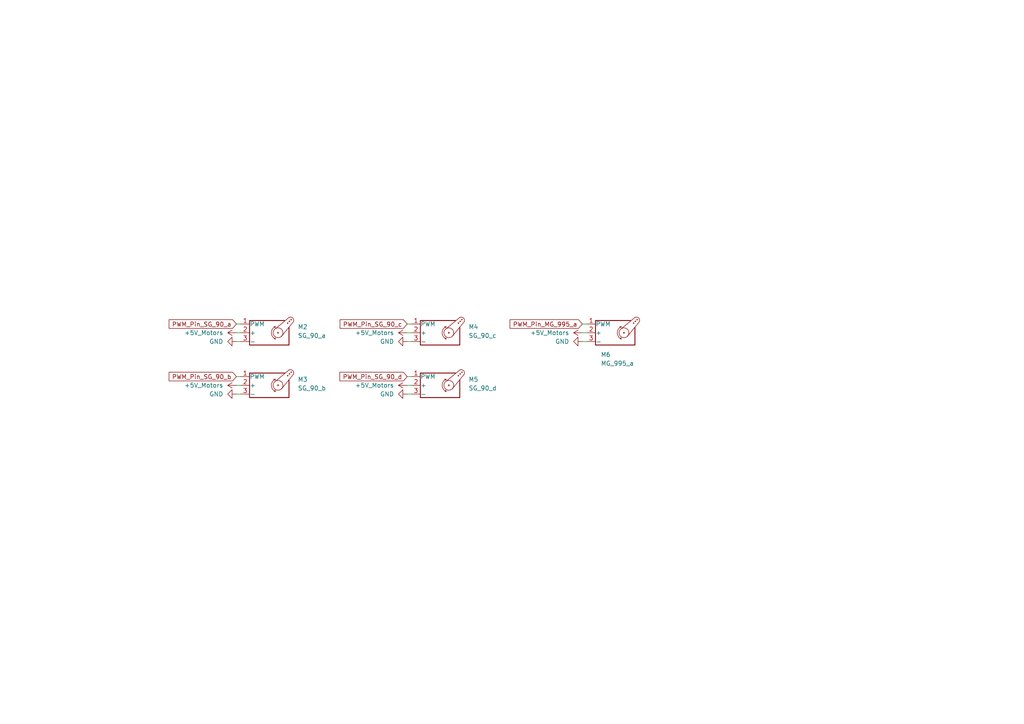
<source format=kicad_sch>
(kicad_sch (version 20231120) (generator "eeschema") (generator_version "8.0")
  (paper "A4")
  (lib_symbols
    (symbol "Motor:Motor_Servo" (pin_names (offset 0.0254))
      (property "Reference" "M" (at -5.08 4.445 0))
      (property "Value" "Motor_Servo" (at -5.08 -4.064 0))
      (symbol "Motor_Servo_0_1"
        (polyline (pts (xy 2.413 -1.778) (xy 2.032 -1.778)))
        (polyline (pts (xy 2.413 -1.778) (xy 2.286 -1.397)))
        (polyline (pts (xy 2.413 1.778) (xy 1.905 1.778)))
        (polyline (pts (xy 2.413 1.778) (xy 2.286 1.397)))
        (polyline (pts (xy 6.35 4.445) (xy 2.54 1.27)))
        (polyline (pts (xy 7.62 3.175) (xy 4.191 -1.016)))
        (polyline (pts (xy 5.08 3.556) (xy -5.08 3.556) (xy -5.08 -3.556) (xy 6.35 -3.556) (xy 6.35 1.524)) (stroke (width 0.254)))
        (arc (start 2.413 1.778) (mid 1.2406 0) (end 2.413 -1.778))
        (circle (center 3.175 0) (radius 0.1778))
        (circle (center 3.175 0) (radius 1.4224))
        (circle (center 5.969 2.794) (radius 0.127))
        (circle (center 6.477 3.302) (radius 0.127))
        (circle (center 6.985 3.81) (radius 0.127))
        (arc (start 7.62 3.175) (mid 7.4485 4.2735) (end 6.35 4.445))
      )
      (symbol "Motor_Servo_1_1"
        (pin passive line (at -7.62 2.54 0) (length 2.54) (name "PWM") (number "1"))
        (pin passive line (at -7.62 0 0) (length 2.54) (name "+") (number "2"))
        (pin passive line (at -7.62 -2.54 0) (length 2.54) (name "-") (number "3"))
      )
    )
    (symbol "power:+5V" (power) (pin_names (offset 0))
      (property "Value" "+5V" (at 0 3.556 0))
      (symbol "+5V_0_1"
        (polyline (pts (xy -0.762 1.27) (xy 0 2.54)))
        (polyline (pts (xy 0 0) (xy 0 2.54)))
        (polyline (pts (xy 0 2.54) (xy 0.762 1.27)))
      )
      (symbol "+5V_1_1"
        (pin power_in line (at 0 0 90) (length 0) hide (name "+5V") (number "1"))
      )
    )
    (symbol "power:GND" (power) (pin_names (offset 0))
      (property "Value" "GND" (at 0 -3.81 0))
      (symbol "GND_0_1"
        (polyline (pts (xy 0 0) (xy 0 -1.27) (xy 1.27 -1.27) (xy 0 -2.54) (xy -1.27 -1.27) (xy 0 -1.27)))
      )
      (symbol "GND_1_1"
        (pin power_in line (at 0 0 270) (length 0) hide (name "GND") (number "1"))
      )
    )
  )
  (wire (pts (xy 68.58 109.22) (xy 69.85 109.22)))
  (wire (pts (xy 68.58 93.98) (xy 69.85 93.98)))
  (wire (pts (xy 168.91 99.06) (xy 170.18 99.06)))
  (wire (pts (xy 168.91 93.98) (xy 170.18 93.98)))
  (wire (pts (xy 68.58 114.3) (xy 69.85 114.3)))
  (wire (pts (xy 168.91 96.52) (xy 170.18 96.52)))
  (wire (pts (xy 118.11 96.52) (xy 119.38 96.52)))
  (wire (pts (xy 118.11 99.06) (xy 119.38 99.06)))
  (wire (pts (xy 68.58 111.76) (xy 69.85 111.76)))
  (wire (pts (xy 118.11 109.22) (xy 119.38 109.22)))
  (wire (pts (xy 68.58 96.52) (xy 69.85 96.52)))
  (wire (pts (xy 118.11 93.98) (xy 119.38 93.98)))
  (wire (pts (xy 118.11 111.76) (xy 119.38 111.76)))
  (wire (pts (xy 68.58 99.06) (xy 69.85 99.06)))
  (wire (pts (xy 118.11 114.3) (xy 119.38 114.3)))
  (global_label "PWM_Pin_SG_90_d" (shape input) (at 118.11 109.22 180) (property "Intersheetrefs" "${INTERSHEET_REFS}" (effects (hide yes))))
  (global_label "PWM_Pin_SG_90_b" (shape input) (at 68.58 109.22 180) (property "Intersheetrefs" "${INTERSHEET_REFS}" (effects (hide yes))))
  (global_label "PWM_Pin_MG_995_a" (shape input) (at 168.91 93.98 180) (property "Intersheetrefs" "${INTERSHEET_REFS}" (effects (hide yes))))
  (global_label "PWM_Pin_SG_90_a" (shape input) (at 68.58 93.98 180) (property "Intersheetrefs" "${INTERSHEET_REFS}" (effects (hide yes))))
  (global_label "PWM_Pin_SG_90_c" (shape input) (at 118.11 93.98 180) (property "Intersheetrefs" "${INTERSHEET_REFS}" (effects (hide yes))))
  (symbol (lib_id "power:GND") (at 118.11 114.3 270) (unit 1)
    (property "Reference" "#PWR36" (effects (hide yes)))
    (property "Value" "GND" (at 114.3 114.2999 90) (effects (justify right)))
    (property "Description" "Power symbol creates a global label with name \"GND\" , ground" (effects (hide yes)))
  )
  (symbol (lib_id "power:GND") (at 68.58 114.3 270) (unit 1)
    (property "Reference" "#PWR32" (effects (hide yes)))
    (property "Value" "GND" (at 64.77 114.2999 90) (effects (justify right)))
    (property "Description" "Power symbol creates a global label with name \"GND\" , ground" (effects (hide yes)))
  )
  (symbol (lib_id "power:GND") (at 118.11 99.06 270) (unit 1)
    (property "Reference" "#PWR34" (effects (hide yes)))
    (property "Value" "GND" (at 114.3 99.0599 90) (effects (justify right)))
    (property "Description" "Power symbol creates a global label with name \"GND\" , ground" (effects (hide yes)))
  )
  (symbol (lib_id "Motor:Motor_Servo") (at 127 96.52 0) (unit 1)
    (property "Reference" "M4" (at 135.89 94.8165 0) (effects (justify left)))
    (property "Value" "SG_90_c" (at 135.89 97.3565 0) (effects (justify left)))
    (property "Datasheet" "http://forums.parallax.com/uploads/attachments/46831/74481.png" (effects (hide yes)))
    (property "Description" "Servo Motor (Futaba, HiTec, JR connector)" (effects (hide yes)))
  )
  (symbol (lib_id "Motor:Motor_Servo") (at 127 111.76 0) (unit 1)
    (property "Reference" "M5" (at 135.89 110.0565 0) (effects (justify left)))
    (property "Value" "SG_90_d" (at 135.89 112.5965 0) (effects (justify left)))
    (property "Datasheet" "http://forums.parallax.com/uploads/attachments/46831/74481.png" (effects (hide yes)))
    (property "Description" "Servo Motor (Futaba, HiTec, JR connector)" (effects (hide yes)))
  )
  (symbol (lib_id "power:+5V") (at 68.58 96.52 90) (unit 1)
    (property "Reference" "#PWR30" (effects (hide yes)))
    (property "Value" "+5V_Motors" (at 64.77 96.5199 90) (effects (justify left)))
    (property "Description" "Power symbol creates a global label with name \"+5V\"" (effects (hide yes)))
  )
  (symbol (lib_id "power:GND") (at 168.91 99.06 270) (unit 1)
    (property "Reference" "#PWR44" (effects (hide yes)))
    (property "Value" "GND" (at 165.1 99.0599 90) (effects (justify right)))
    (property "Description" "Power symbol creates a global label with name \"GND\" , ground" (effects (hide yes)))
  )
  (symbol (lib_id "Motor:Motor_Servo") (at 77.47 111.76 0) (unit 1)
    (property "Reference" "M3" (at 86.36 110.0565 0) (effects (justify left)))
    (property "Value" "SG_90_b" (at 86.36 112.5965 0) (effects (justify left)))
    (property "Datasheet" "http://forums.parallax.com/uploads/attachments/46831/74481.png" (effects (hide yes)))
    (property "Description" "Servo Motor (Futaba, HiTec, JR connector)" (effects (hide yes)))
  )
  (symbol (lib_id "power:+5V") (at 168.91 96.52 90) (unit 1)
    (property "Reference" "#PWR43" (effects (hide yes)))
    (property "Value" "+5V_Motors" (at 165.1 96.5199 90) (effects (justify left)))
    (property "Description" "Power symbol creates a global label with name \"+5V\"" (effects (hide yes)))
  )
  (symbol (lib_id "Motor:Motor_Servo") (at 177.8 96.52 0) (unit 1)
    (property "Reference" "M6" (at 174.244 102.87 0) (effects (justify left)))
    (property "Value" "MG_995_a" (at 174.244 105.41 0) (effects (justify left)))
    (property "Datasheet" "http://forums.parallax.com/uploads/attachments/46831/74481.png" (effects (hide yes)))
    (property "Description" "Servo Motor (Futaba, HiTec, JR connector)" (effects (hide yes)))
  )
  (symbol (lib_id "power:+5V") (at 118.11 111.76 90) (unit 1)
    (property "Reference" "#PWR35" (effects (hide yes)))
    (property "Value" "+5V_Motors" (at 114.3 111.7599 90) (effects (justify left)))
    (property "Description" "Power symbol creates a global label with name \"+5V\"" (effects (hide yes)))
  )
  (symbol (lib_id "Motor:Motor_Servo") (at 77.47 96.52 0) (unit 1)
    (property "Reference" "M2" (at 86.36 94.8165 0) (effects (justify left)))
    (property "Value" "SG_90_a" (at 86.36 97.3565 0) (effects (justify left)))
    (property "Datasheet" "http://forums.parallax.com/uploads/attachments/46831/74481.png" (effects (hide yes)))
    (property "Description" "Servo Motor (Futaba, HiTec, JR connector)" (effects (hide yes)))
  )
  (symbol (lib_id "power:GND") (at 68.58 99.06 270) (unit 1)
    (property "Reference" "#PWR29" (effects (hide yes)))
    (property "Value" "GND" (at 64.77 99.0599 90) (effects (justify right)))
    (property "Description" "Power symbol creates a global label with name \"GND\" , ground" (effects (hide yes)))
  )
  (symbol (lib_id "power:+5V") (at 68.58 111.76 90) (unit 1)
    (property "Reference" "#PWR31" (effects (hide yes)))
    (property "Value" "+5V_Motors" (at 64.77 111.7599 90) (effects (justify left)))
    (property "Description" "Power symbol creates a global label with name \"+5V\"" (effects (hide yes)))
  )
  (symbol (lib_id "power:+5V") (at 118.11 96.52 90) (unit 1)
    (property "Reference" "#PWR33" (effects (hide yes)))
    (property "Value" "+5V_Motors" (at 114.3 96.5199 90) (effects (justify left)))
    (property "Description" "Power symbol creates a global label with name \"+5V\"" (effects (hide yes)))
  )
)
</source>
